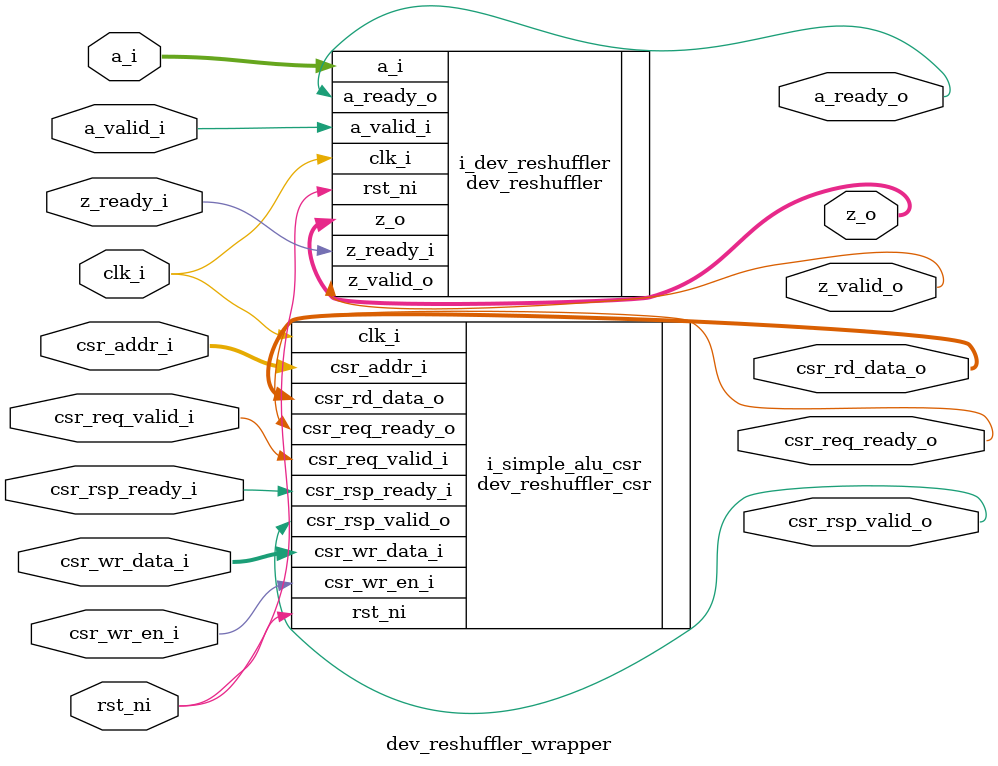
<source format=sv>
module dev_reshuffler_wrapper #(
  parameter int unsigned SpatPar       = 8,
  parameter int unsigned DataWidth     = 64,
  parameter int unsigned Elems         = DataWidth / SpatPar,
  parameter int unsigned CsrAddrOffset = 8,
  parameter int unsigned RegCount      = 8,
  parameter int unsigned RegDataWidth  = 32,
  parameter int unsigned RegAddrWidth  = $clog2(RegCount)
)(
  //-------------------------------
  // Clocks and reset
  //-------------------------------
  input  logic                           clk_i,
  input  logic                           rst_ni,
  //-------------------------------
  // Accelerator ports
  //-------------------------------
  input  logic [(SpatPar*DataWidth)-1:0] a_i,
  input  logic                           a_valid_i,
  output logic                           a_ready_o,

  output logic [(SpatPar*DataWidth)-1:0] z_o,
  output logic                           z_valid_o,
  input  logic                           z_ready_i,
  //-------------------------------
  // CSR manager ports
  //-------------------------------
  input  logic [       RegAddrWidth-1:0] csr_addr_i,
  input  logic [       RegDataWidth-1:0] csr_wr_data_i,
  input  logic                           csr_wr_en_i,
  input  logic                           csr_req_valid_i,
  output logic                           csr_req_ready_o,
  output logic [       RegDataWidth-1:0] csr_rd_data_o,
  output logic                           csr_rsp_valid_o,
  input  logic                           csr_rsp_ready_i
);

  //-------------------------------
  // Wires and combinationa logic
  //-------------------------------
  logic [SpatPar-1:0] a_ready;
  logic [SpatPar-1:0] z_valid;


  //-------------------------------
  // Generate Simple Multipliers
  //-------------------------------
  dev_reshuffler #(
    .SpatPar        ( SpatPar         ),
    .DataWidth      ( DataWidth       )
  ) i_dev_reshuffler (
    .clk_i          ( clk_i           ),
    .rst_ni         ( rst_ni          ),
    .a_i            ( a_i             ),
    .a_valid_i      ( a_valid_i       ),
    .a_ready_o      ( a_ready_o       ),
    .z_o            ( z_o             ),
    .z_valid_o      ( z_valid_o       ),
    .z_ready_i      ( z_ready_i       )
  );

  //-------------------------------
  // CSR Manager
  //-------------------------------
  dev_reshuffler_csr #(
    .RegCount         ( RegCount        ),
    .RegDataWidth     ( RegDataWidth    ),
    .RegAddrWidth     ( RegAddrWidth    )
  ) i_simple_alu_csr (
    .clk_i            ( clk_i           ),
    .rst_ni           ( rst_ni          ),
    .csr_addr_i       ( csr_addr_i      ),
    .csr_wr_data_i    ( csr_wr_data_i   ),
    .csr_wr_en_i      ( csr_wr_en_i     ),
    .csr_req_valid_i  ( csr_req_valid_i ),
    .csr_req_ready_o  ( csr_req_ready_o ),
    .csr_rd_data_o    ( csr_rd_data_o   ),
    .csr_rsp_valid_o  ( csr_rsp_valid_o ),
    .csr_rsp_ready_i  ( csr_rsp_ready_i )
  );

endmodule

</source>
